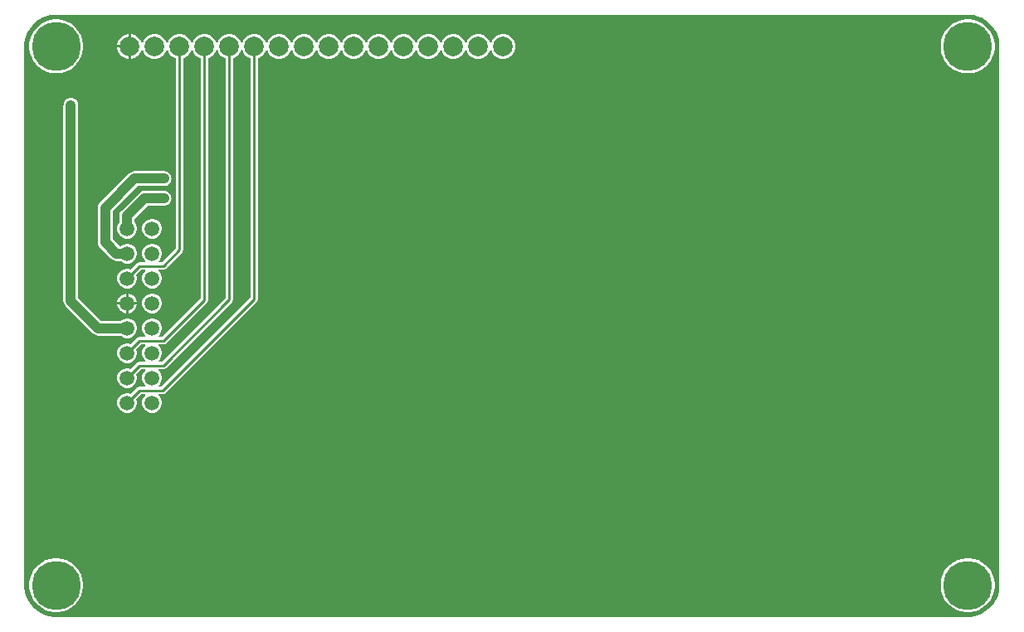
<source format=gbr>
%TF.GenerationSoftware,Altium Limited,Altium Designer,26.3.0 (6)*%
G04 Layer_Physical_Order=2*
G04 Layer_Color=15238730*
%FSLAX45Y45*%
%MOMM*%
%TF.SameCoordinates,B802E6D7-E220-4502-B456-AB3D52F6952B*%
%TF.FilePolarity,Positive*%
%TF.FileFunction,Copper,L2,Bot,Signal*%
%TF.Part,Single*%
G01*
G75*
%TA.AperFunction,Conductor*%
%ADD10C,0.25400*%
%ADD11C,1.00000*%
%TA.AperFunction,ComponentPad*%
%ADD12C,1.50000*%
%ADD13C,2.00000*%
%ADD14C,5.00000*%
%TA.AperFunction,ViaPad*%
%ADD15C,1.00000*%
G36*
X4713443Y3068959D02*
X4754535Y3057949D01*
X4793836Y3041670D01*
X4830676Y3020401D01*
X4864424Y2994504D01*
X4894503Y2964425D01*
X4920400Y2930676D01*
X4941670Y2893836D01*
X4957949Y2854535D01*
X4968959Y2813443D01*
X4974512Y2771270D01*
Y2750000D01*
Y-2750000D01*
Y-2771270D01*
X4968959Y-2813443D01*
X4957949Y-2854535D01*
X4941669Y-2893837D01*
X4920400Y-2930676D01*
X4894504Y-2964424D01*
X4864425Y-2994504D01*
X4830675Y-3020401D01*
X4793836Y-3041670D01*
X4754535Y-3057949D01*
X4713443Y-3068959D01*
X4671270Y-3074512D01*
X-4671269D01*
X-4713443Y-3068959D01*
X-4754535Y-3057949D01*
X-4793837Y-3041670D01*
X-4830676Y-3020401D01*
X-4864424Y-2994504D01*
X-4894504Y-2964425D01*
X-4920401Y-2930676D01*
X-4941670Y-2893836D01*
X-4957949Y-2854535D01*
X-4968959Y-2813443D01*
X-4974512Y-2771271D01*
Y-2750000D01*
Y2750000D01*
Y2771269D01*
X-4968959Y2813443D01*
X-4957949Y2854535D01*
X-4941670Y2893837D01*
X-4920401Y2930676D01*
X-4894504Y2964424D01*
X-4864425Y2994504D01*
X-4830676Y3020401D01*
X-4793836Y3041670D01*
X-4754535Y3057949D01*
X-4713443Y3068959D01*
X-4671270Y3074512D01*
X4671270D01*
X4713443Y3068959D01*
D02*
G37*
%LPC*%
G36*
X-3912700Y2875400D02*
X-3916509D01*
X-3948402Y2866854D01*
X-3976997Y2850345D01*
X-4000345Y2826997D01*
X-4016854Y2798403D01*
X-4025400Y2766509D01*
Y2762700D01*
X-3912700D01*
Y2875400D01*
D02*
G37*
G36*
X-3883491D02*
X-3887300D01*
Y2750000D01*
Y2624600D01*
X-3883491D01*
X-3851597Y2633146D01*
X-3823003Y2649655D01*
X-3799655Y2673003D01*
X-3783146Y2701598D01*
X-3779367Y2715700D01*
X-3766219D01*
X-3762481Y2701752D01*
X-3746025Y2673248D01*
X-3722752Y2649975D01*
X-3694248Y2633518D01*
X-3662456Y2625000D01*
X-3629543D01*
X-3597752Y2633518D01*
X-3569248Y2649975D01*
X-3545975Y2673248D01*
X-3529518Y2701752D01*
X-3525574Y2716473D01*
X-3512426D01*
X-3508481Y2701752D01*
X-3492025Y2673248D01*
X-3468752Y2649975D01*
X-3440248Y2633518D01*
X-3430438Y2630890D01*
Y690196D01*
X-3574196Y546439D01*
X-3602180D01*
X-3607441Y559139D01*
X-3592980Y573599D01*
X-3579815Y596402D01*
X-3573000Y621835D01*
Y648165D01*
X-3579815Y673598D01*
X-3592980Y696401D01*
X-3611599Y715020D01*
X-3634402Y728185D01*
X-3659835Y735000D01*
X-3686165D01*
X-3711598Y728185D01*
X-3734401Y715020D01*
X-3753020Y696401D01*
X-3766185Y673598D01*
X-3773000Y648165D01*
Y621835D01*
X-3766185Y596402D01*
X-3753020Y573599D01*
X-3738559Y559139D01*
X-3743820Y546439D01*
X-3799999D01*
X-3800000Y546439D01*
X-3814710Y543513D01*
X-3827180Y535180D01*
X-3827181Y535180D01*
X-3888258Y474102D01*
X-3888402Y474185D01*
X-3913835Y481000D01*
X-3940165D01*
X-3965598Y474185D01*
X-3988401Y461020D01*
X-4007020Y442401D01*
X-4020185Y419598D01*
X-4027000Y394165D01*
Y367835D01*
X-4020185Y342402D01*
X-4007020Y319599D01*
X-3988401Y300980D01*
X-3965598Y287815D01*
X-3940165Y281000D01*
X-3913835D01*
X-3888402Y287815D01*
X-3865599Y300980D01*
X-3846980Y319599D01*
X-3833815Y342402D01*
X-3827000Y367835D01*
Y394165D01*
X-3833815Y419598D01*
X-3833898Y419742D01*
X-3784078Y469561D01*
X-3743820D01*
X-3738559Y456861D01*
X-3753020Y442401D01*
X-3766185Y419598D01*
X-3773000Y394165D01*
Y367835D01*
X-3766185Y342402D01*
X-3753020Y319599D01*
X-3734401Y300980D01*
X-3711598Y287815D01*
X-3686165Y281000D01*
X-3659835D01*
X-3634402Y287815D01*
X-3611599Y300980D01*
X-3592980Y319599D01*
X-3579815Y342402D01*
X-3573000Y367835D01*
Y394165D01*
X-3579815Y419598D01*
X-3592980Y442401D01*
X-3607441Y456861D01*
X-3602180Y469561D01*
X-3558275D01*
X-3558274Y469561D01*
X-3543564Y472487D01*
X-3531094Y480820D01*
X-3364820Y647093D01*
X-3364820Y647094D01*
X-3356487Y659564D01*
X-3353561Y674274D01*
Y2630890D01*
X-3343752Y2633518D01*
X-3315248Y2649975D01*
X-3291975Y2673248D01*
X-3275518Y2701752D01*
X-3271574Y2716472D01*
X-3258426D01*
X-3254481Y2701752D01*
X-3238025Y2673248D01*
X-3214752Y2649975D01*
X-3186248Y2633518D01*
X-3176438Y2630890D01*
Y177922D01*
X-3569922Y-215561D01*
X-3602180D01*
X-3607441Y-202861D01*
X-3592980Y-188401D01*
X-3579815Y-165598D01*
X-3573000Y-140165D01*
Y-113835D01*
X-3579815Y-88402D01*
X-3592980Y-65599D01*
X-3611599Y-46980D01*
X-3634402Y-33815D01*
X-3659835Y-27000D01*
X-3686165D01*
X-3711598Y-33815D01*
X-3734401Y-46980D01*
X-3753020Y-65599D01*
X-3766185Y-88402D01*
X-3773000Y-113835D01*
Y-140165D01*
X-3766185Y-165598D01*
X-3753020Y-188401D01*
X-3738559Y-202861D01*
X-3743820Y-215561D01*
X-3799999D01*
X-3800000Y-215561D01*
X-3814710Y-218487D01*
X-3827180Y-226820D01*
X-3827181Y-226820D01*
X-3888258Y-287898D01*
X-3888402Y-287815D01*
X-3913835Y-281000D01*
X-3940165D01*
X-3965598Y-287815D01*
X-3988401Y-300980D01*
X-4007020Y-319599D01*
X-4020185Y-342402D01*
X-4027000Y-367835D01*
Y-394165D01*
X-4020185Y-419598D01*
X-4007020Y-442401D01*
X-3988401Y-461020D01*
X-3965598Y-474185D01*
X-3940165Y-481000D01*
X-3913835D01*
X-3888402Y-474185D01*
X-3865599Y-461020D01*
X-3846980Y-442401D01*
X-3833815Y-419598D01*
X-3827000Y-394165D01*
Y-367835D01*
X-3833815Y-342402D01*
X-3833898Y-342258D01*
X-3784078Y-292439D01*
X-3743820D01*
X-3738559Y-305139D01*
X-3753020Y-319599D01*
X-3766185Y-342402D01*
X-3773000Y-367835D01*
Y-394165D01*
X-3766185Y-419598D01*
X-3753020Y-442401D01*
X-3738559Y-456861D01*
X-3743820Y-469561D01*
X-3799999D01*
X-3800000Y-469561D01*
X-3814710Y-472487D01*
X-3827180Y-480820D01*
X-3827181Y-480820D01*
X-3888258Y-541898D01*
X-3888402Y-541815D01*
X-3913835Y-535000D01*
X-3940165D01*
X-3965598Y-541815D01*
X-3988401Y-554980D01*
X-4007020Y-573599D01*
X-4020185Y-596402D01*
X-4027000Y-621835D01*
Y-648165D01*
X-4020185Y-673598D01*
X-4007020Y-696401D01*
X-3988401Y-715020D01*
X-3965598Y-728185D01*
X-3940165Y-735000D01*
X-3913835D01*
X-3888402Y-728185D01*
X-3865599Y-715020D01*
X-3846980Y-696401D01*
X-3833815Y-673598D01*
X-3827000Y-648165D01*
Y-621835D01*
X-3833815Y-596402D01*
X-3833898Y-596258D01*
X-3784078Y-546439D01*
X-3743820D01*
X-3738559Y-559139D01*
X-3753020Y-573599D01*
X-3766185Y-596402D01*
X-3773000Y-621835D01*
Y-648165D01*
X-3766185Y-673598D01*
X-3753020Y-696401D01*
X-3738559Y-710861D01*
X-3743820Y-723561D01*
X-3799999D01*
X-3800000Y-723561D01*
X-3814710Y-726487D01*
X-3827180Y-734820D01*
X-3827181Y-734820D01*
X-3888258Y-795898D01*
X-3888402Y-795815D01*
X-3913835Y-789000D01*
X-3940165D01*
X-3965598Y-795815D01*
X-3988401Y-808980D01*
X-4007020Y-827599D01*
X-4020185Y-850402D01*
X-4027000Y-875835D01*
Y-902165D01*
X-4020185Y-927598D01*
X-4007020Y-950401D01*
X-3988401Y-969020D01*
X-3965598Y-982185D01*
X-3940165Y-989000D01*
X-3913835D01*
X-3888402Y-982185D01*
X-3865599Y-969020D01*
X-3846980Y-950401D01*
X-3833815Y-927598D01*
X-3827000Y-902165D01*
Y-875835D01*
X-3833815Y-850402D01*
X-3833898Y-850258D01*
X-3784078Y-800439D01*
X-3743820D01*
X-3738559Y-813139D01*
X-3753020Y-827599D01*
X-3766185Y-850402D01*
X-3773000Y-875835D01*
Y-902165D01*
X-3766185Y-927598D01*
X-3753020Y-950401D01*
X-3734401Y-969020D01*
X-3711598Y-982185D01*
X-3686165Y-989000D01*
X-3659835D01*
X-3634402Y-982185D01*
X-3611599Y-969020D01*
X-3592980Y-950401D01*
X-3579815Y-927598D01*
X-3573000Y-902165D01*
Y-875835D01*
X-3579815Y-850402D01*
X-3592980Y-827599D01*
X-3607441Y-813139D01*
X-3602180Y-800439D01*
X-3562001D01*
X-3562000Y-800439D01*
X-3547290Y-797513D01*
X-3534820Y-789180D01*
X-2602820Y142819D01*
X-2602820Y142820D01*
X-2594487Y155291D01*
X-2591561Y170000D01*
X-2591561Y170001D01*
Y2630890D01*
X-2581752Y2633518D01*
X-2553248Y2649975D01*
X-2529975Y2673248D01*
X-2513518Y2701752D01*
X-2509574Y2716473D01*
X-2496426D01*
X-2492481Y2701752D01*
X-2476025Y2673248D01*
X-2452752Y2649975D01*
X-2424248Y2633518D01*
X-2392456Y2625000D01*
X-2359543D01*
X-2327752Y2633518D01*
X-2299248Y2649975D01*
X-2275975Y2673248D01*
X-2259518Y2701752D01*
X-2255574Y2716473D01*
X-2242426D01*
X-2238481Y2701752D01*
X-2222025Y2673248D01*
X-2198752Y2649975D01*
X-2170248Y2633518D01*
X-2138456Y2625000D01*
X-2105543D01*
X-2073751Y2633518D01*
X-2045248Y2649975D01*
X-2021975Y2673248D01*
X-2005518Y2701752D01*
X-2001574Y2716472D01*
X-1988426D01*
X-1984482Y2701752D01*
X-1968025Y2673248D01*
X-1944752Y2649975D01*
X-1916248Y2633518D01*
X-1884457Y2625000D01*
X-1851543D01*
X-1819752Y2633518D01*
X-1791248Y2649975D01*
X-1767975Y2673248D01*
X-1751518Y2701752D01*
X-1747574Y2716473D01*
X-1734426D01*
X-1730481Y2701752D01*
X-1714025Y2673248D01*
X-1690752Y2649975D01*
X-1662248Y2633518D01*
X-1630456Y2625000D01*
X-1597543D01*
X-1565752Y2633518D01*
X-1537248Y2649975D01*
X-1513975Y2673248D01*
X-1497518Y2701752D01*
X-1493574Y2716473D01*
X-1480426D01*
X-1476481Y2701752D01*
X-1460025Y2673248D01*
X-1436752Y2649975D01*
X-1408248Y2633518D01*
X-1376456Y2625000D01*
X-1343543D01*
X-1311752Y2633518D01*
X-1283248Y2649975D01*
X-1259975Y2673248D01*
X-1243518Y2701752D01*
X-1239574Y2716473D01*
X-1226426D01*
X-1222481Y2701752D01*
X-1206025Y2673248D01*
X-1182752Y2649975D01*
X-1154248Y2633518D01*
X-1122456Y2625000D01*
X-1089543D01*
X-1057752Y2633518D01*
X-1029248Y2649975D01*
X-1005975Y2673248D01*
X-989518Y2701752D01*
X-985574Y2716472D01*
X-972426D01*
X-968481Y2701752D01*
X-952025Y2673248D01*
X-928752Y2649975D01*
X-900248Y2633518D01*
X-868456Y2625000D01*
X-835543D01*
X-803752Y2633518D01*
X-775248Y2649975D01*
X-751975Y2673248D01*
X-735518Y2701752D01*
X-731574Y2716472D01*
X-718426D01*
X-714481Y2701752D01*
X-698025Y2673248D01*
X-674752Y2649975D01*
X-646248Y2633518D01*
X-614456Y2625000D01*
X-581543D01*
X-549752Y2633518D01*
X-521248Y2649975D01*
X-497975Y2673248D01*
X-481518Y2701752D01*
X-477574Y2716473D01*
X-464426D01*
X-460481Y2701752D01*
X-444025Y2673248D01*
X-420752Y2649975D01*
X-392248Y2633518D01*
X-360456Y2625000D01*
X-327543D01*
X-295752Y2633518D01*
X-267248Y2649975D01*
X-243975Y2673248D01*
X-227518Y2701752D01*
X-223574Y2716473D01*
X-210426D01*
X-206481Y2701752D01*
X-190025Y2673248D01*
X-166752Y2649975D01*
X-138248Y2633518D01*
X-106456Y2625000D01*
X-73543D01*
X-41752Y2633518D01*
X-13248Y2649975D01*
X10025Y2673248D01*
X26482Y2701752D01*
X35000Y2733543D01*
Y2766457D01*
X26482Y2798248D01*
X10025Y2826752D01*
X-13248Y2850025D01*
X-41752Y2866482D01*
X-73543Y2875000D01*
X-106456D01*
X-138248Y2866482D01*
X-166752Y2850025D01*
X-190025Y2826752D01*
X-206481Y2798248D01*
X-210426Y2783528D01*
X-223574D01*
X-227518Y2798248D01*
X-243975Y2826752D01*
X-267248Y2850025D01*
X-295752Y2866482D01*
X-327543Y2875000D01*
X-360456D01*
X-392248Y2866482D01*
X-420752Y2850025D01*
X-444025Y2826752D01*
X-460481Y2798248D01*
X-464426Y2783528D01*
X-477574D01*
X-481518Y2798248D01*
X-497975Y2826752D01*
X-521248Y2850025D01*
X-549752Y2866482D01*
X-581543Y2875000D01*
X-614456D01*
X-646248Y2866482D01*
X-674752Y2850025D01*
X-698025Y2826752D01*
X-714481Y2798248D01*
X-718426Y2783528D01*
X-731574D01*
X-735518Y2798248D01*
X-751975Y2826752D01*
X-775248Y2850025D01*
X-803752Y2866481D01*
X-835543Y2875000D01*
X-868456D01*
X-900248Y2866481D01*
X-928752Y2850025D01*
X-952025Y2826752D01*
X-968481Y2798248D01*
X-972426Y2783528D01*
X-985574D01*
X-989518Y2798248D01*
X-1005975Y2826752D01*
X-1029248Y2850025D01*
X-1057752Y2866482D01*
X-1089543Y2875000D01*
X-1122456D01*
X-1154248Y2866482D01*
X-1182752Y2850025D01*
X-1206025Y2826752D01*
X-1222481Y2798248D01*
X-1226426Y2783528D01*
X-1239574D01*
X-1243518Y2798248D01*
X-1259975Y2826752D01*
X-1283248Y2850025D01*
X-1311752Y2866482D01*
X-1343543Y2875000D01*
X-1376456D01*
X-1408248Y2866482D01*
X-1436752Y2850025D01*
X-1460025Y2826752D01*
X-1476481Y2798248D01*
X-1480426Y2783528D01*
X-1493574D01*
X-1497518Y2798248D01*
X-1513975Y2826752D01*
X-1537248Y2850025D01*
X-1565752Y2866482D01*
X-1597543Y2875000D01*
X-1630456D01*
X-1662248Y2866482D01*
X-1690752Y2850025D01*
X-1714025Y2826752D01*
X-1730481Y2798248D01*
X-1734426Y2783527D01*
X-1747574D01*
X-1751518Y2798248D01*
X-1767975Y2826752D01*
X-1791248Y2850025D01*
X-1819752Y2866482D01*
X-1851543Y2875000D01*
X-1884457D01*
X-1916248Y2866482D01*
X-1944752Y2850025D01*
X-1968025Y2826752D01*
X-1984482Y2798248D01*
X-1988426Y2783529D01*
X-2001574D01*
X-2005518Y2798248D01*
X-2021975Y2826752D01*
X-2045248Y2850025D01*
X-2073751Y2866482D01*
X-2105543Y2875000D01*
X-2138456D01*
X-2170248Y2866482D01*
X-2198752Y2850025D01*
X-2222025Y2826752D01*
X-2238481Y2798248D01*
X-2242426Y2783527D01*
X-2255574D01*
X-2259518Y2798248D01*
X-2275975Y2826752D01*
X-2299248Y2850025D01*
X-2327752Y2866482D01*
X-2359543Y2875000D01*
X-2392456D01*
X-2424248Y2866482D01*
X-2452752Y2850025D01*
X-2476025Y2826752D01*
X-2492481Y2798248D01*
X-2496426Y2783528D01*
X-2509574D01*
X-2513518Y2798248D01*
X-2529975Y2826752D01*
X-2553248Y2850025D01*
X-2581752Y2866482D01*
X-2613543Y2875000D01*
X-2646456D01*
X-2678248Y2866482D01*
X-2706752Y2850025D01*
X-2730025Y2826752D01*
X-2746481Y2798248D01*
X-2750426Y2783528D01*
X-2763574D01*
X-2767518Y2798248D01*
X-2783975Y2826752D01*
X-2807248Y2850025D01*
X-2835752Y2866482D01*
X-2867543Y2875000D01*
X-2900456D01*
X-2932248Y2866482D01*
X-2960752Y2850025D01*
X-2984025Y2826752D01*
X-3000481Y2798248D01*
X-3004426Y2783528D01*
X-3017574D01*
X-3021518Y2798248D01*
X-3037975Y2826752D01*
X-3061248Y2850025D01*
X-3089752Y2866481D01*
X-3121543Y2875000D01*
X-3154456D01*
X-3186248Y2866481D01*
X-3214752Y2850025D01*
X-3238025Y2826752D01*
X-3254481Y2798248D01*
X-3258426Y2783528D01*
X-3271574D01*
X-3275518Y2798248D01*
X-3291975Y2826752D01*
X-3315248Y2850025D01*
X-3343752Y2866482D01*
X-3375543Y2875000D01*
X-3408456D01*
X-3440248Y2866482D01*
X-3468752Y2850025D01*
X-3492025Y2826752D01*
X-3508481Y2798248D01*
X-3512426Y2783528D01*
X-3525574D01*
X-3529518Y2798248D01*
X-3545975Y2826752D01*
X-3569248Y2850025D01*
X-3597752Y2866482D01*
X-3629543Y2875000D01*
X-3662456D01*
X-3694248Y2866482D01*
X-3722752Y2850025D01*
X-3746025Y2826752D01*
X-3762481Y2798248D01*
X-3766219Y2784300D01*
X-3779367D01*
X-3783146Y2798403D01*
X-3799655Y2826997D01*
X-3823003Y2850345D01*
X-3851597Y2866854D01*
X-3883491Y2875400D01*
D02*
G37*
G36*
X-3912700Y2737300D02*
X-4025400D01*
Y2733491D01*
X-4016854Y2701598D01*
X-4000345Y2673003D01*
X-3976997Y2649655D01*
X-3948402Y2633146D01*
X-3916509Y2624600D01*
X-3912700D01*
Y2737300D01*
D02*
G37*
G36*
X4671643Y3025000D02*
X4628357D01*
X4585604Y3018229D01*
X4544436Y3004853D01*
X4505868Y2985201D01*
X4470849Y2959758D01*
X4440242Y2929151D01*
X4414799Y2894132D01*
X4395147Y2855564D01*
X4381771Y2814396D01*
X4375000Y2771643D01*
Y2728357D01*
X4381771Y2685604D01*
X4395147Y2644437D01*
X4414799Y2605869D01*
X4440242Y2570850D01*
X4470849Y2540242D01*
X4505868Y2514799D01*
X4544436Y2495148D01*
X4585604Y2481772D01*
X4628357Y2475000D01*
X4671643D01*
X4714396Y2481772D01*
X4755563Y2495148D01*
X4794131Y2514799D01*
X4829150Y2540242D01*
X4859758Y2570850D01*
X4885201Y2605869D01*
X4904852Y2644437D01*
X4918228Y2685604D01*
X4925000Y2728357D01*
Y2771643D01*
X4918228Y2814396D01*
X4904852Y2855564D01*
X4885201Y2894132D01*
X4859758Y2929151D01*
X4829150Y2959758D01*
X4794131Y2985201D01*
X4755563Y3004853D01*
X4714396Y3018229D01*
X4671643Y3025000D01*
D02*
G37*
G36*
X-4628357D02*
X-4671643D01*
X-4714396Y3018229D01*
X-4755563Y3004853D01*
X-4794131Y2985201D01*
X-4829150Y2959758D01*
X-4859758Y2929151D01*
X-4885201Y2894132D01*
X-4904852Y2855564D01*
X-4918228Y2814396D01*
X-4925000Y2771643D01*
Y2728357D01*
X-4918228Y2685604D01*
X-4904852Y2644437D01*
X-4885201Y2605869D01*
X-4859758Y2570850D01*
X-4829150Y2540242D01*
X-4794131Y2514799D01*
X-4755563Y2495148D01*
X-4714396Y2481772D01*
X-4671643Y2475000D01*
X-4628357D01*
X-4585604Y2481772D01*
X-4544436Y2495148D01*
X-4505868Y2514799D01*
X-4470849Y2540242D01*
X-4440242Y2570850D01*
X-4414799Y2605869D01*
X-4395147Y2644437D01*
X-4381771Y2685604D01*
X-4375000Y2728357D01*
Y2771643D01*
X-4381771Y2814396D01*
X-4395147Y2855564D01*
X-4414799Y2894132D01*
X-4440242Y2929151D01*
X-4470849Y2959758D01*
X-4505868Y2985201D01*
X-4544436Y3004853D01*
X-4585604Y3018229D01*
X-4628357Y3025000D01*
D02*
G37*
G36*
X-3659835Y989000D02*
X-3686165D01*
X-3711598Y982185D01*
X-3734401Y969020D01*
X-3753020Y950401D01*
X-3766185Y927598D01*
X-3773000Y902165D01*
Y875835D01*
X-3766185Y850402D01*
X-3753020Y827599D01*
X-3734401Y808980D01*
X-3711598Y795815D01*
X-3686165Y789000D01*
X-3659835D01*
X-3634402Y795815D01*
X-3611599Y808980D01*
X-3592980Y827599D01*
X-3579815Y850402D01*
X-3573000Y875835D01*
Y902165D01*
X-3579815Y927598D01*
X-3592980Y950401D01*
X-3611599Y969020D01*
X-3634402Y982185D01*
X-3659835Y989000D01*
D02*
G37*
G36*
X-3750000Y1275647D02*
X-3769579Y1273069D01*
X-3787824Y1265512D01*
X-3803491Y1253491D01*
X-3803492Y1253489D01*
X-3980491Y1076491D01*
X-3992512Y1060824D01*
X-4000069Y1042579D01*
X-4002647Y1023000D01*
Y954774D01*
X-4007020Y950401D01*
X-4020185Y927598D01*
X-4027000Y902165D01*
Y875835D01*
X-4020185Y850402D01*
X-4007020Y827599D01*
X-3988401Y808980D01*
X-3965598Y795815D01*
X-3940165Y789000D01*
X-3913835D01*
X-3888402Y795815D01*
X-3865599Y808980D01*
X-3846980Y827599D01*
X-3833815Y850402D01*
X-3827000Y875835D01*
Y902165D01*
X-3833815Y927598D01*
X-3846980Y950401D01*
X-3851353Y954774D01*
Y991666D01*
X-3718666Y1124353D01*
X-3550000D01*
X-3545084Y1125000D01*
X-3540126D01*
X-3535337Y1126283D01*
X-3530421Y1126930D01*
X-3525841Y1128828D01*
X-3521051Y1130111D01*
X-3516756Y1132591D01*
X-3512177Y1134488D01*
X-3508244Y1137505D01*
X-3503949Y1139985D01*
X-3500443Y1143491D01*
X-3496509Y1146509D01*
X-3493491Y1150443D01*
X-3489985Y1153949D01*
X-3487506Y1158243D01*
X-3484488Y1162176D01*
X-3482591Y1166756D01*
X-3480111Y1171051D01*
X-3478828Y1175841D01*
X-3476931Y1180421D01*
X-3476283Y1185336D01*
X-3475000Y1190126D01*
Y1195084D01*
X-3474353Y1200000D01*
X-3475000Y1204916D01*
Y1209874D01*
X-3476283Y1214663D01*
X-3476931Y1219579D01*
X-3478828Y1224159D01*
X-3480111Y1228949D01*
X-3482591Y1233243D01*
X-3484488Y1237824D01*
X-3487506Y1241757D01*
X-3489985Y1246051D01*
X-3493491Y1249556D01*
X-3496509Y1253491D01*
X-3500443Y1256509D01*
X-3503949Y1260015D01*
X-3508244Y1262494D01*
X-3512177Y1265512D01*
X-3516756Y1267409D01*
X-3521051Y1269889D01*
X-3525841Y1271172D01*
X-3530421Y1273069D01*
X-3535337Y1273717D01*
X-3540126Y1275000D01*
X-3545084D01*
X-3550000Y1275647D01*
X-3749998D01*
X-3750000Y1275647D01*
D02*
G37*
G36*
X-3850000Y1475647D02*
X-3869579Y1473069D01*
X-3887824Y1465512D01*
X-3903491Y1453491D01*
X-4203491Y1153490D01*
X-4215512Y1137823D01*
X-4223070Y1119579D01*
X-4225647Y1100000D01*
Y750000D01*
X-4223070Y730421D01*
X-4215512Y712177D01*
X-4203491Y696510D01*
X-4088490Y581509D01*
X-4072823Y569488D01*
X-4054579Y561931D01*
X-4035000Y559353D01*
X-3992774D01*
X-3988401Y554980D01*
X-3965598Y541815D01*
X-3940165Y535000D01*
X-3913835D01*
X-3888402Y541815D01*
X-3865599Y554980D01*
X-3846980Y573599D01*
X-3833815Y596402D01*
X-3827000Y621835D01*
Y648165D01*
X-3833815Y673598D01*
X-3846980Y696401D01*
X-3865599Y715020D01*
X-3888402Y728185D01*
X-3913835Y735000D01*
X-3940165D01*
X-3965598Y728185D01*
X-3988401Y715020D01*
X-3992774Y710647D01*
X-4003666D01*
X-4074353Y781334D01*
Y1068666D01*
X-3818666Y1324353D01*
X-3550000D01*
X-3545084Y1325000D01*
X-3540126D01*
X-3535337Y1326283D01*
X-3530421Y1326931D01*
X-3525841Y1328828D01*
X-3521051Y1330111D01*
X-3516756Y1332591D01*
X-3512177Y1334488D01*
X-3508244Y1337506D01*
X-3503949Y1339985D01*
X-3500443Y1343491D01*
X-3496509Y1346509D01*
X-3493491Y1350444D01*
X-3489985Y1353949D01*
X-3487506Y1358243D01*
X-3484488Y1362176D01*
X-3482591Y1366756D01*
X-3480111Y1371051D01*
X-3478828Y1375841D01*
X-3476931Y1380421D01*
X-3476283Y1385337D01*
X-3475000Y1390126D01*
Y1395084D01*
X-3474353Y1400000D01*
X-3475000Y1404916D01*
Y1409874D01*
X-3476283Y1414663D01*
X-3476931Y1419579D01*
X-3478828Y1424159D01*
X-3480111Y1428949D01*
X-3482591Y1433244D01*
X-3484488Y1437824D01*
X-3487506Y1441757D01*
X-3489985Y1446051D01*
X-3493491Y1449556D01*
X-3496509Y1453491D01*
X-3500443Y1456509D01*
X-3503949Y1460015D01*
X-3508244Y1462494D01*
X-3512177Y1465512D01*
X-3516756Y1467409D01*
X-3521051Y1469889D01*
X-3525841Y1471172D01*
X-3530421Y1473069D01*
X-3535337Y1473717D01*
X-3540126Y1475000D01*
X-3545084D01*
X-3550000Y1475647D01*
X-3849998D01*
X-3850000Y1475647D01*
D02*
G37*
G36*
X-3913782Y227400D02*
X-3914300D01*
Y139701D01*
X-3826600D01*
Y140218D01*
X-3833442Y165753D01*
X-3846660Y188647D01*
X-3865353Y207340D01*
X-3888247Y220558D01*
X-3913782Y227400D01*
D02*
G37*
G36*
X-3939700D02*
X-3940218D01*
X-3965753Y220558D01*
X-3988647Y207340D01*
X-4007340Y188647D01*
X-4020558Y165753D01*
X-4027400Y140218D01*
Y139701D01*
X-3939700D01*
Y227400D01*
D02*
G37*
G36*
X-3659835Y227000D02*
X-3686165D01*
X-3711598Y220185D01*
X-3734401Y207020D01*
X-3753020Y188401D01*
X-3766185Y165598D01*
X-3773000Y140165D01*
Y113835D01*
X-3766185Y88402D01*
X-3753020Y65599D01*
X-3734401Y46980D01*
X-3711598Y33815D01*
X-3686165Y27000D01*
X-3659835D01*
X-3634402Y33815D01*
X-3611599Y46980D01*
X-3592980Y65599D01*
X-3579815Y88402D01*
X-3573000Y113835D01*
Y140165D01*
X-3579815Y165598D01*
X-3592980Y188401D01*
X-3611599Y207020D01*
X-3634402Y220185D01*
X-3659835Y227000D01*
D02*
G37*
G36*
X-3826600Y114301D02*
X-3914300D01*
Y26600D01*
X-3913782D01*
X-3888247Y33442D01*
X-3865353Y46660D01*
X-3846660Y65353D01*
X-3833442Y88247D01*
X-3826600Y113782D01*
Y114301D01*
D02*
G37*
G36*
X-3939700D02*
X-4027400D01*
Y113782D01*
X-4020558Y88247D01*
X-4007340Y65353D01*
X-3988647Y46660D01*
X-3965753Y33442D01*
X-3940218Y26600D01*
X-3939700D01*
Y114301D01*
D02*
G37*
G36*
X-4500000Y2225647D02*
X-4504916Y2225000D01*
X-4509874D01*
X-4514663Y2223717D01*
X-4519579Y2223069D01*
X-4524159Y2221172D01*
X-4528949Y2219889D01*
X-4533244Y2217409D01*
X-4537823Y2215512D01*
X-4541756Y2212494D01*
X-4546051Y2210015D01*
X-4549557Y2206509D01*
X-4553491Y2203491D01*
X-4556509Y2199557D01*
X-4560015Y2196051D01*
X-4562494Y2191756D01*
X-4565512Y2187823D01*
X-4567409Y2183244D01*
X-4569889Y2178949D01*
X-4571172Y2174159D01*
X-4573069Y2169579D01*
X-4573717Y2164663D01*
X-4575000Y2159874D01*
Y2154916D01*
X-4575647Y2150000D01*
Y150000D01*
X-4573069Y130421D01*
X-4565512Y112176D01*
X-4553491Y96509D01*
X-4276492Y-180490D01*
X-4276491Y-180491D01*
X-4260824Y-192512D01*
X-4242579Y-200069D01*
X-4223000Y-202647D01*
X-4222998Y-202647D01*
X-3992774D01*
X-3988401Y-207020D01*
X-3965598Y-220185D01*
X-3940165Y-227000D01*
X-3913835D01*
X-3888402Y-220185D01*
X-3865599Y-207020D01*
X-3846980Y-188401D01*
X-3833815Y-165598D01*
X-3827000Y-140165D01*
Y-113835D01*
X-3833815Y-88402D01*
X-3846980Y-65599D01*
X-3865599Y-46980D01*
X-3888402Y-33815D01*
X-3913835Y-27000D01*
X-3940165D01*
X-3965598Y-33815D01*
X-3988401Y-46980D01*
X-3992774Y-51353D01*
X-4191666D01*
X-4424353Y181334D01*
Y2150000D01*
X-4425000Y2154916D01*
Y2159874D01*
X-4426283Y2164663D01*
X-4426930Y2169579D01*
X-4428828Y2174159D01*
X-4430111Y2178949D01*
X-4432591Y2183244D01*
X-4434488Y2187823D01*
X-4437505Y2191756D01*
X-4439985Y2196051D01*
X-4443491Y2199557D01*
X-4446509Y2203491D01*
X-4450443Y2206509D01*
X-4453949Y2210015D01*
X-4458244Y2212494D01*
X-4462176Y2215512D01*
X-4466756Y2217409D01*
X-4471051Y2219889D01*
X-4475841Y2221172D01*
X-4480421Y2223069D01*
X-4485336Y2223717D01*
X-4490126Y2225000D01*
X-4495084D01*
X-4500000Y2225647D01*
D02*
G37*
G36*
X4671643Y-2475000D02*
X4628357D01*
X4585604Y-2481771D01*
X4544437Y-2495147D01*
X4505869Y-2514799D01*
X4470850Y-2540242D01*
X4440242Y-2570849D01*
X4414799Y-2605868D01*
X4395148Y-2644436D01*
X4381772Y-2685604D01*
X4375000Y-2728357D01*
Y-2771643D01*
X4381772Y-2814396D01*
X4395148Y-2855563D01*
X4414799Y-2894131D01*
X4440242Y-2929150D01*
X4470850Y-2959758D01*
X4505869Y-2985201D01*
X4544437Y-3004852D01*
X4585604Y-3018228D01*
X4628357Y-3025000D01*
X4671643D01*
X4714396Y-3018228D01*
X4755564Y-3004852D01*
X4794132Y-2985201D01*
X4829151Y-2959758D01*
X4859758Y-2929150D01*
X4885201Y-2894131D01*
X4904853Y-2855563D01*
X4918229Y-2814396D01*
X4925000Y-2771643D01*
Y-2728357D01*
X4918229Y-2685604D01*
X4904853Y-2644436D01*
X4885201Y-2605868D01*
X4859758Y-2570849D01*
X4829151Y-2540242D01*
X4794132Y-2514799D01*
X4755564Y-2495147D01*
X4714396Y-2481771D01*
X4671643Y-2475000D01*
D02*
G37*
G36*
X-4628357D02*
X-4671643D01*
X-4714396Y-2481771D01*
X-4755563Y-2495147D01*
X-4794131Y-2514799D01*
X-4829150Y-2540242D01*
X-4859758Y-2570849D01*
X-4885201Y-2605868D01*
X-4904852Y-2644436D01*
X-4918228Y-2685604D01*
X-4925000Y-2728357D01*
Y-2771643D01*
X-4918228Y-2814396D01*
X-4904852Y-2855563D01*
X-4885201Y-2894131D01*
X-4859758Y-2929150D01*
X-4829150Y-2959758D01*
X-4794131Y-2985201D01*
X-4755563Y-3004852D01*
X-4714396Y-3018228D01*
X-4671643Y-3025000D01*
X-4628357D01*
X-4585604Y-3018228D01*
X-4544436Y-3004852D01*
X-4505868Y-2985201D01*
X-4470849Y-2959758D01*
X-4440242Y-2929150D01*
X-4414799Y-2894131D01*
X-4395147Y-2855563D01*
X-4381771Y-2814396D01*
X-4375000Y-2771643D01*
Y-2728357D01*
X-4381771Y-2685604D01*
X-4395147Y-2644436D01*
X-4414799Y-2605868D01*
X-4440242Y-2570849D01*
X-4470849Y-2540242D01*
X-4505868Y-2514799D01*
X-4544436Y-2495147D01*
X-4585604Y-2481771D01*
X-4628357Y-2475000D01*
D02*
G37*
%LPD*%
G36*
X-3000481Y2701752D02*
X-2984025Y2673248D01*
X-2960752Y2649975D01*
X-2932248Y2633518D01*
X-2922438Y2630890D01*
Y181922D01*
X-3573922Y-469561D01*
X-3602180D01*
X-3607441Y-456861D01*
X-3592980Y-442401D01*
X-3579815Y-419598D01*
X-3573000Y-394165D01*
Y-367835D01*
X-3579815Y-342402D01*
X-3592980Y-319599D01*
X-3607441Y-305139D01*
X-3602180Y-292439D01*
X-3554001D01*
X-3554000Y-292439D01*
X-3539290Y-289513D01*
X-3526820Y-281180D01*
X-3110820Y134819D01*
X-3110820Y134820D01*
X-3102487Y147290D01*
X-3099561Y162000D01*
Y2630890D01*
X-3089752Y2633518D01*
X-3061248Y2649975D01*
X-3037975Y2673248D01*
X-3021518Y2701752D01*
X-3017574Y2716472D01*
X-3004426D01*
X-3000481Y2701752D01*
D02*
G37*
G36*
X-2746481D02*
X-2730025Y2673248D01*
X-2706752Y2649975D01*
X-2678248Y2633518D01*
X-2668438Y2630890D01*
Y185922D01*
X-3577922Y-723561D01*
X-3602180D01*
X-3607441Y-710861D01*
X-3592980Y-696401D01*
X-3579815Y-673598D01*
X-3573000Y-648165D01*
Y-621835D01*
X-3579815Y-596402D01*
X-3592980Y-573599D01*
X-3607441Y-559139D01*
X-3602180Y-546439D01*
X-3558001D01*
X-3558000Y-546439D01*
X-3543290Y-543513D01*
X-3530820Y-535180D01*
X-2856820Y138820D01*
X-2848487Y151290D01*
X-2845561Y166000D01*
X-2845561Y166001D01*
Y2630890D01*
X-2835752Y2633518D01*
X-2807248Y2649975D01*
X-2783975Y2673248D01*
X-2767518Y2701752D01*
X-2763574Y2716473D01*
X-2750426D01*
X-2746481Y2701752D01*
D02*
G37*
D10*
X-3392000Y674274D02*
Y2750000D01*
X-3558274Y508000D02*
X-3392000Y674274D01*
X-3800000Y508000D02*
X-3558274D01*
X-3138000Y162000D02*
Y2750000D01*
X-3800000Y-254000D02*
X-3554000D01*
X-3138000Y162000D01*
X-2630000Y170000D02*
Y2750000D01*
X-3800000Y-762000D02*
X-3562000D01*
X-2630000Y170000D01*
X-3927000Y381000D02*
X-3800000Y508000D01*
X-3558000Y-508000D02*
X-2884000Y166000D01*
X-3800000Y-508000D02*
X-3558000D01*
X-2884000Y166000D02*
Y2750000D01*
X-3927000Y-381000D02*
X-3800000Y-254000D01*
X-3927000Y-635000D02*
X-3800000Y-508000D01*
X-3927000Y-889000D02*
X-3800000Y-762000D01*
D11*
X-4500000Y150000D02*
Y2150000D01*
X-3750000Y1200000D02*
X-3550000D01*
X-3927000Y1023000D02*
X-3750000Y1200000D01*
X-3927000Y889000D02*
Y1023000D01*
X-4150000Y750000D02*
Y1100000D01*
X-3850000Y1400000D01*
X-3550000D01*
X-4150000Y750000D02*
X-4035000Y635000D01*
X-3927000D01*
X-4500000Y150000D02*
X-4223000Y-127000D01*
X-3927000D01*
D12*
Y889000D02*
D03*
X-3673000D02*
D03*
X-3927000Y635000D02*
D03*
X-3673000D02*
D03*
X-3927000Y381000D02*
D03*
X-3673000D02*
D03*
X-3927000Y127000D02*
D03*
X-3673000D02*
D03*
X-3927000Y-127000D02*
D03*
X-3673000D02*
D03*
X-3927000Y-381000D02*
D03*
X-3673000D02*
D03*
X-3927000Y-635000D02*
D03*
X-3673000D02*
D03*
X-3927000Y-889000D02*
D03*
X-3673000D02*
D03*
D13*
X-3900000Y2750000D02*
D03*
X-3646000D02*
D03*
X-3392000D02*
D03*
X-3138000Y2750000D02*
D03*
X-2884000Y2750000D02*
D03*
X-2630000D02*
D03*
X-2376000D02*
D03*
X-2122000D02*
D03*
X-1868000D02*
D03*
X-1614000D02*
D03*
X-1360000D02*
D03*
X-1106000D02*
D03*
X-852000Y2750000D02*
D03*
X-598000Y2750000D02*
D03*
X-344000D02*
D03*
X-90000D02*
D03*
D14*
X4650000Y-2750000D02*
D03*
X-4650000Y2750000D02*
D03*
Y-2750000D02*
D03*
X4650000Y2750000D02*
D03*
D15*
X-4500000Y2150000D02*
D03*
X-3550000Y1400000D02*
D03*
Y1200000D02*
D03*
%TF.MD5,fe1ed87d86654f6b42c873d5784dab29*%
M02*

</source>
